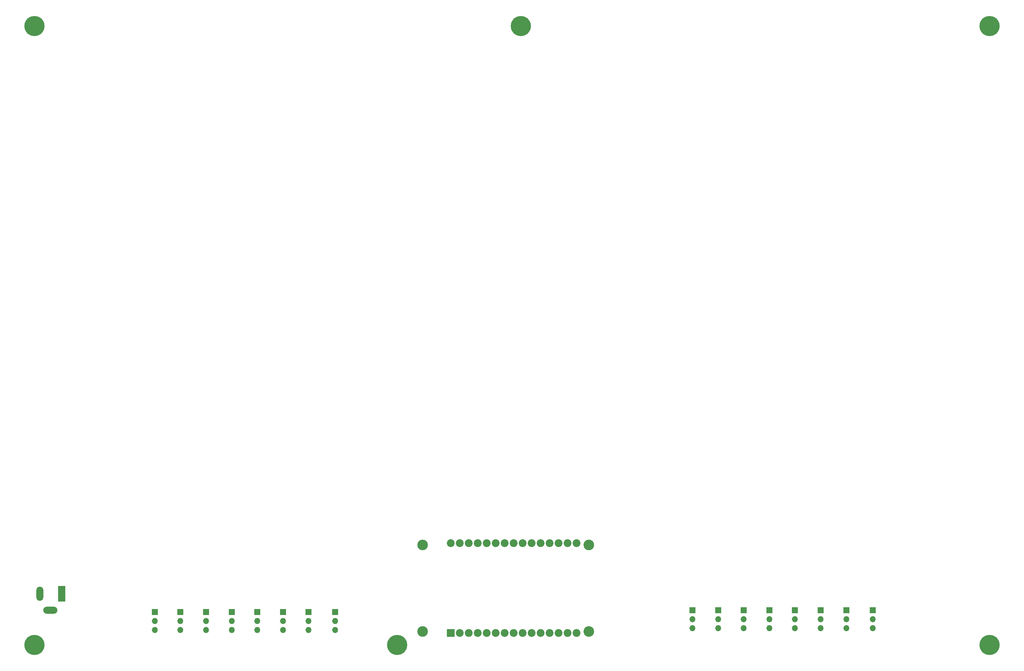
<source format=gbr>
%TF.GenerationSoftware,KiCad,Pcbnew,8.0.5*%
%TF.CreationDate,2024-10-12T11:29:24-07:00*%
%TF.ProjectId,C00000001,43303030-3030-4303-9031-2e6b69636164,A*%
%TF.SameCoordinates,Original*%
%TF.FileFunction,Soldermask,Bot*%
%TF.FilePolarity,Negative*%
%FSLAX46Y46*%
G04 Gerber Fmt 4.6, Leading zero omitted, Abs format (unit mm)*
G04 Created by KiCad (PCBNEW 8.0.5) date 2024-10-12 11:29:24*
%MOMM*%
%LPD*%
G01*
G04 APERTURE LIST*
G04 Aperture macros list*
%AMRoundRect*
0 Rectangle with rounded corners*
0 $1 Rounding radius*
0 $2 $3 $4 $5 $6 $7 $8 $9 X,Y pos of 4 corners*
0 Add a 4 corners polygon primitive as box body*
4,1,4,$2,$3,$4,$5,$6,$7,$8,$9,$2,$3,0*
0 Add four circle primitives for the rounded corners*
1,1,$1+$1,$2,$3*
1,1,$1+$1,$4,$5*
1,1,$1+$1,$6,$7*
1,1,$1+$1,$8,$9*
0 Add four rect primitives between the rounded corners*
20,1,$1+$1,$2,$3,$4,$5,0*
20,1,$1+$1,$4,$5,$6,$7,0*
20,1,$1+$1,$6,$7,$8,$9,0*
20,1,$1+$1,$8,$9,$2,$3,0*%
G04 Aperture macros list end*
%ADD10C,5.700000*%
%ADD11C,3.000000*%
%ADD12RoundRect,0.102000X1.000000X-1.000000X1.000000X1.000000X-1.000000X1.000000X-1.000000X-1.000000X0*%
%ADD13C,2.204000*%
%ADD14R,1.700000X1.700000*%
%ADD15O,1.700000X1.700000*%
%ADD16R,2.000000X4.500000*%
%ADD17O,2.000000X4.000000*%
%ADD18O,4.000000X2.000000*%
G04 APERTURE END LIST*
D10*
%TO.C,H6*%
X203500000Y-41250000D03*
%TD*%
D11*
%TO.C,U1*%
X175730000Y-212480000D03*
X222680000Y-212480000D03*
X175730000Y-187970000D03*
X222680000Y-187970000D03*
D12*
X183690000Y-212900000D03*
D13*
X186230000Y-212900000D03*
X188770000Y-212900000D03*
X191310000Y-212900000D03*
X193850000Y-212900000D03*
X196390000Y-212900000D03*
X198930000Y-212900000D03*
X201470000Y-212900000D03*
X204010000Y-212900000D03*
X206550000Y-212900000D03*
X209090000Y-212900000D03*
X211630000Y-212900000D03*
X214170000Y-212900000D03*
X216710000Y-212900000D03*
X219250000Y-212900000D03*
X219250000Y-187500000D03*
X216710000Y-187500000D03*
X214170000Y-187500000D03*
X211630000Y-187500000D03*
X209090000Y-187500000D03*
X206550000Y-187500000D03*
X204010000Y-187500000D03*
X201470000Y-187500000D03*
X198930000Y-187500000D03*
X196390000Y-187500000D03*
X193850000Y-187500000D03*
X191310000Y-187500000D03*
X188770000Y-187500000D03*
X186230000Y-187500000D03*
X183690000Y-187500000D03*
%TD*%
D14*
%TO.C,SW7*%
X259250000Y-206460000D03*
D15*
X259250000Y-209000000D03*
X259250000Y-211540000D03*
%TD*%
D10*
%TO.C,H5*%
X168500000Y-216250000D03*
%TD*%
D14*
%TO.C,SW2*%
X295500000Y-206460000D03*
D15*
X295500000Y-209000000D03*
X295500000Y-211540000D03*
%TD*%
D14*
%TO.C,SW3*%
X288250000Y-206460000D03*
D15*
X288250000Y-209000000D03*
X288250000Y-211540000D03*
%TD*%
D14*
%TO.C,SW10*%
X143500000Y-206975000D03*
D15*
X143500000Y-209515000D03*
X143500000Y-212055000D03*
%TD*%
D14*
%TO.C,SW8*%
X252000000Y-206460000D03*
D15*
X252000000Y-209000000D03*
X252000000Y-211540000D03*
%TD*%
D14*
%TO.C,SW16*%
X100000000Y-206975000D03*
D15*
X100000000Y-209515000D03*
X100000000Y-212055000D03*
%TD*%
D10*
%TO.C,H3*%
X336000000Y-216250000D03*
%TD*%
D14*
%TO.C,SW4*%
X281000000Y-206460000D03*
D15*
X281000000Y-209000000D03*
X281000000Y-211540000D03*
%TD*%
D14*
%TO.C,SW15*%
X107250000Y-206975000D03*
D15*
X107250000Y-209515000D03*
X107250000Y-212055000D03*
%TD*%
D14*
%TO.C,SW13*%
X121750000Y-206975000D03*
D15*
X121750000Y-209515000D03*
X121750000Y-212055000D03*
%TD*%
D14*
%TO.C,SW11*%
X136250000Y-206975000D03*
D15*
X136250000Y-209515000D03*
X136250000Y-212055000D03*
%TD*%
D14*
%TO.C,SW14*%
X114500000Y-206975000D03*
D15*
X114500000Y-209515000D03*
X114500000Y-212055000D03*
%TD*%
D10*
%TO.C,H4*%
X336000000Y-41250000D03*
%TD*%
%TO.C,H1*%
X66000000Y-216250000D03*
%TD*%
D16*
%TO.C,J1*%
X73700000Y-201750000D03*
D17*
X67500000Y-201750000D03*
D18*
X70500000Y-206450000D03*
%TD*%
D14*
%TO.C,SW1*%
X303000000Y-206460000D03*
D15*
X303000000Y-209000000D03*
X303000000Y-211540000D03*
%TD*%
D14*
%TO.C,SW9*%
X151000000Y-206975000D03*
D15*
X151000000Y-209515000D03*
X151000000Y-212055000D03*
%TD*%
D14*
%TO.C,SW12*%
X129000000Y-206975000D03*
D15*
X129000000Y-209515000D03*
X129000000Y-212055000D03*
%TD*%
D14*
%TO.C,SW6*%
X266500000Y-206460000D03*
D15*
X266500000Y-209000000D03*
X266500000Y-211540000D03*
%TD*%
D10*
%TO.C,H2*%
X66000000Y-41250000D03*
%TD*%
D14*
%TO.C,SW5*%
X273750000Y-206460000D03*
D15*
X273750000Y-209000000D03*
X273750000Y-211540000D03*
%TD*%
M02*

</source>
